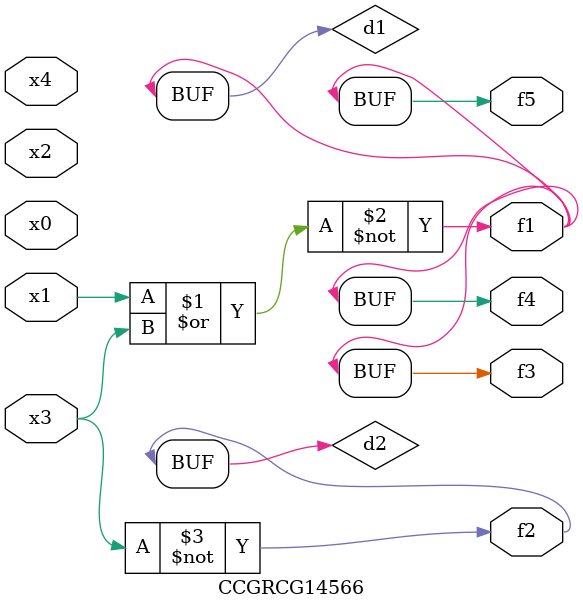
<source format=v>
module CCGRCG14566(
	input x0, x1, x2, x3, x4,
	output f1, f2, f3, f4, f5
);

	wire d1, d2;

	nor (d1, x1, x3);
	not (d2, x3);
	assign f1 = d1;
	assign f2 = d2;
	assign f3 = d1;
	assign f4 = d1;
	assign f5 = d1;
endmodule

</source>
